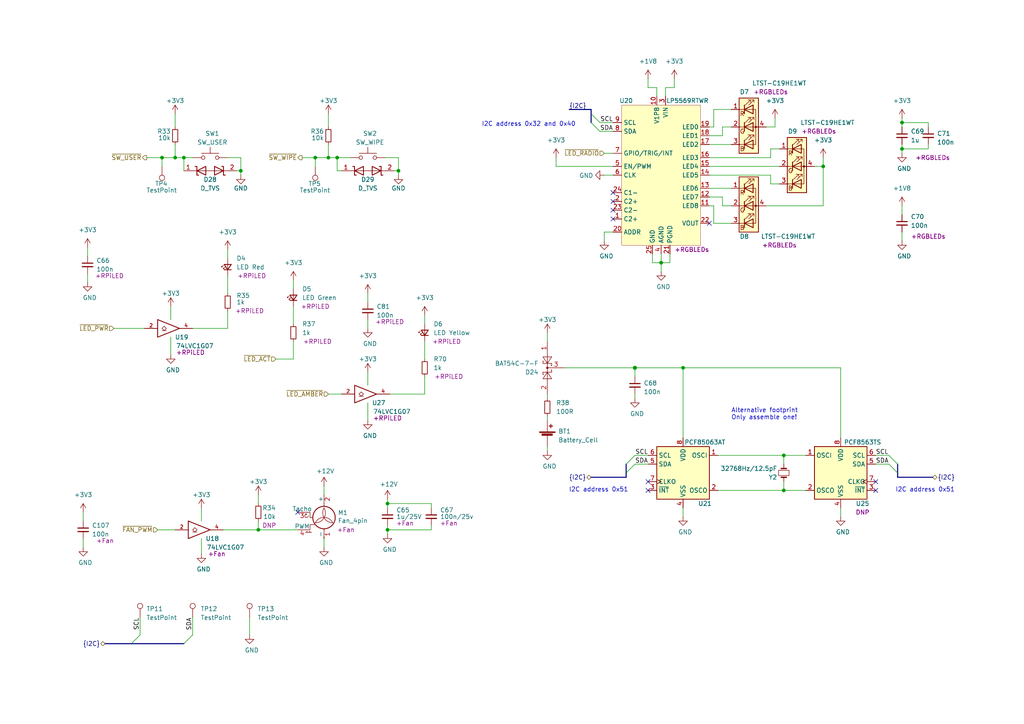
<source format=kicad_sch>
(kicad_sch (version 20211123) (generator eeschema)
  (paper "A4")
  (title_block (title "Control/RTC") (date "2022-02-15") (rev "1.2") (company "Nabu Casa") (comment 1 "www.nabucasa.com") (comment 2 "Yellow"))
  (lib_symbols
    (symbol "74xGxx:74LVC1G07" (pin_names (offset 1.016))
      (property "Reference" "U" (at -2.54 3.81 0))
      (property "Value" "74LVC1G07" (at 0 -3.81 0))
      (symbol "74LVC1G07_0_1"
        (polyline (pts (xy -2.54 -0.635) (xy -1.27 -0.635)))
        (polyline (pts (xy -3.81 2.54) (xy -3.81 -2.54) (xy 2.54 0) (xy -3.81 2.54)) (stroke (width 0.254)))
        (polyline (pts (xy -1.905 0.635) (xy -2.54 0) (xy -1.905 -0.635) (xy -1.27 0) (xy -1.905 0.635)))
      )
      (symbol "74LVC1G07_1_1"
        (pin input line (at -7.62 0 0) (length 3.81) (name "~") (number "2"))
        (pin power_in line (at 0 -2.54 270) (length 0) hide (name "GND") (number "3"))
        (pin open_collector line (at 6.35 0 180) (length 3.81) (name "~") (number "4"))
        (pin power_in line (at 0 2.54 90) (length 0) hide (name "VCC") (number "5"))
      )
    )
    (symbol "Connector:TestPoint" (pin_numbers hide) (pin_names (offset 0.762) hide)
      (property "Reference" "TP" (at 0 6.858 0))
      (property "Value" "TestPoint" (at 0 5.08 0))
      (symbol "TestPoint_0_1"
        (circle (center 0 3.302) (radius 0.762))
      )
      (symbol "TestPoint_1_1"
        (pin passive line (at 0 0 90) (length 2.54) (name "1") (number "1"))
      )
    )
    (symbol "Device:Battery_Cell" (pin_numbers hide) (pin_names (offset 0) hide)
      (property "Reference" "BT" (at 2.54 2.54 0))
      (property "Value" "Battery_Cell" (at 2.54 0 0))
      (symbol "Battery_Cell_0_1"
        (rectangle (start -2.286 1.778) (end 2.286 1.524) (fill (type outline)))
        (rectangle (start -1.5748 1.1938) (end 1.4732 0.6858) (fill (type outline)))
        (polyline (pts (xy 0 0.762) (xy 0 0)))
        (polyline (pts (xy 0 1.778) (xy 0 2.54)))
        (polyline (pts (xy 0.508 3.429) (xy 1.524 3.429)) (stroke (width 0.254)))
        (polyline (pts (xy 1.016 3.937) (xy 1.016 2.921)) (stroke (width 0.254)))
      )
      (symbol "Battery_Cell_1_1"
        (pin passive line (at 0 5.08 270) (length 2.54) (name "+") (number "1"))
        (pin passive line (at 0 -2.54 90) (length 2.54) (name "-") (number "2"))
      )
    )
    (symbol "Device:C_Small" (pin_numbers hide) (pin_names (offset 0.254) hide)
      (property "Reference" "C" (at 0.254 1.778 0))
      (property "Value" "C_Small" (at 0.254 -2.032 0))
      (symbol "C_Small_0_1"
        (polyline (pts (xy -1.524 -0.508) (xy 1.524 -0.508)) (stroke (width 0.3302)))
        (polyline (pts (xy -1.524 0.508) (xy 1.524 0.508)) (stroke (width 0.3048)))
      )
      (symbol "C_Small_1_1"
        (pin passive line (at 0 2.54 270) (length 2.032) (name "~") (number "1"))
        (pin passive line (at 0 -2.54 90) (length 2.032) (name "~") (number "2"))
      )
    )
    (symbol "Device:Crystal_Small" (pin_numbers hide) (pin_names (offset 1.016) hide)
      (property "Reference" "Y" (at 0 2.54 0))
      (property "Value" "Crystal_Small" (at 0 -2.54 0))
      (symbol "Crystal_Small_0_1"
        (rectangle (start -0.762 -1.524) (end 0.762 1.524))
        (polyline (pts (xy -1.27 -0.762) (xy -1.27 0.762)) (stroke (width 0.381)))
        (polyline (pts (xy 1.27 -0.762) (xy 1.27 0.762)) (stroke (width 0.381)))
      )
      (symbol "Crystal_Small_1_1"
        (pin passive line (at -2.54 0 0) (length 1.27) (name "1") (number "1"))
        (pin passive line (at 2.54 0 180) (length 1.27) (name "2") (number "2"))
      )
    )
    (symbol "Device:LED_RGBA" (pin_names (offset 0) hide)
      (property "Reference" "D" (at 0 9.398 0))
      (property "Value" "LED_RGBA" (at 0 -8.89 0))
      (symbol "LED_RGBA_0_0"
        (text "B" (at -1.905 -6.35 0) (effects (font (size 1.27 1.27))))
        (text "G" (at -1.905 -1.27 0) (effects (font (size 1.27 1.27))))
        (text "R" (at -1.905 3.81 0) (effects (font (size 1.27 1.27))))
      )
      (symbol "LED_RGBA_0_1"
        (polyline (pts (xy -1.27 -5.08) (xy -2.54 -5.08)))
        (polyline (pts (xy -1.27 -5.08) (xy 1.27 -5.08)))
        (polyline (pts (xy -1.27 -3.81) (xy -1.27 -6.35)) (stroke (width 0.254)))
        (polyline (pts (xy -1.27 0) (xy -2.54 0)))
        (polyline (pts (xy -1.27 1.27) (xy -1.27 -1.27)) (stroke (width 0.254)))
        (polyline (pts (xy -1.27 5.08) (xy -2.54 5.08)))
        (polyline (pts (xy -1.27 5.08) (xy 1.27 5.08)))
        (polyline (pts (xy -1.27 6.35) (xy -1.27 3.81)) (stroke (width 0.254)))
        (polyline (pts (xy 1.27 0) (xy -1.27 0)))
        (polyline (pts (xy 1.27 0) (xy 2.54 0)))
        (polyline (pts (xy -1.27 1.27) (xy -1.27 -1.27) (xy -1.27 -1.27)))
        (polyline (pts (xy -1.27 6.35) (xy -1.27 3.81) (xy -1.27 3.81)))
        (polyline (pts (xy 1.27 -5.08) (xy 2.032 -5.08) (xy 2.032 5.08) (xy 1.27 5.08)))
        (polyline (pts (xy 1.27 -3.81) (xy 1.27 -6.35) (xy -1.27 -5.08) (xy 1.27 -3.81)) (stroke (width 0.254)))
        (polyline (pts (xy 1.27 1.27) (xy 1.27 -1.27) (xy -1.27 0) (xy 1.27 1.27)) (stroke (width 0.254)))
        (polyline (pts (xy 1.27 6.35) (xy 1.27 3.81) (xy -1.27 5.08) (xy 1.27 6.35)) (stroke (width 0.254)))
        (polyline (pts (xy -1.016 -3.81) (xy 0.508 -2.286) (xy -0.254 -2.286) (xy 0.508 -2.286) (xy 0.508 -3.048)))
        (polyline (pts (xy -1.016 1.27) (xy 0.508 2.794) (xy -0.254 2.794) (xy 0.508 2.794) (xy 0.508 2.032)))
        (polyline (pts (xy -1.016 6.35) (xy 0.508 7.874) (xy -0.254 7.874) (xy 0.508 7.874) (xy 0.508 7.112)))
        (polyline (pts (xy 0 -3.81) (xy 1.524 -2.286) (xy 0.762 -2.286) (xy 1.524 -2.286) (xy 1.524 -3.048)))
        (polyline (pts (xy 0 1.27) (xy 1.524 2.794) (xy 0.762 2.794) (xy 1.524 2.794) (xy 1.524 2.032)))
        (polyline (pts (xy 0 6.35) (xy 1.524 7.874) (xy 0.762 7.874) (xy 1.524 7.874) (xy 1.524 7.112)))
        (rectangle (start 1.27 -1.27) (end 1.27 1.27))
        (rectangle (start 1.27 1.27) (end 1.27 1.27))
        (rectangle (start 1.27 3.81) (end 1.27 6.35))
        (rectangle (start 1.27 6.35) (end 1.27 6.35))
        (circle (center 2.032 0) (radius 0.254) (fill (type outline)))
        (rectangle (start 2.794 8.382) (end -2.794 -7.62) (stroke (width 0.254)) (fill (type background)))
      )
      (symbol "LED_RGBA_1_1"
        (pin passive line (at -5.08 5.08 0) (length 2.54) (name "RK") (number "1"))
        (pin passive line (at -5.08 0 0) (length 2.54) (name "GK") (number "2"))
        (pin passive line (at -5.08 -5.08 0) (length 2.54) (name "BK") (number "3"))
        (pin passive line (at 5.08 0 180) (length 2.54) (name "A") (number "4"))
      )
    )
    (symbol "Device:LED_Small" (pin_numbers hide) (pin_names (offset 0.254) hide)
      (property "Reference" "D" (at -1.27 3.175 0))
      (property "Value" "LED_Small" (at -4.445 -2.54 0))
      (symbol "LED_Small_0_1"
        (polyline (pts (xy -0.762 -1.016) (xy -0.762 1.016)) (stroke (width 0.254)))
        (polyline (pts (xy 1.016 0) (xy -0.762 0)))
        (polyline (pts (xy 0.762 -1.016) (xy -0.762 0) (xy 0.762 1.016) (xy 0.762 -1.016)) (stroke (width 0.254)))
        (polyline (pts (xy 0 0.762) (xy -0.508 1.27) (xy -0.254 1.27) (xy -0.508 1.27) (xy -0.508 1.016)))
        (polyline (pts (xy 0.508 1.27) (xy 0 1.778) (xy 0.254 1.778) (xy 0 1.778) (xy 0 1.524)))
      )
      (symbol "LED_Small_1_1"
        (pin passive line (at -2.54 0 0) (length 1.778) (name "K") (number "1"))
        (pin passive line (at 2.54 0 180) (length 1.778) (name "A") (number "2"))
      )
    )
    (symbol "Device:R_Small" (pin_numbers hide) (pin_names (offset 0.254) hide)
      (property "Reference" "R" (at 0.762 0.508 0))
      (property "Value" "R_Small" (at 0.762 -1.016 0))
      (symbol "R_Small_0_1"
        (rectangle (start -0.762 1.778) (end 0.762 -1.778) (stroke (width 0.2032)))
      )
      (symbol "R_Small_1_1"
        (pin passive line (at 0 2.54 270) (length 0.762) (name "~") (number "1"))
        (pin passive line (at 0 -2.54 90) (length 0.762) (name "~") (number "2"))
      )
    )
    (symbol "Diode:BAT54C" (pin_names (offset 1.016))
      (property "Reference" "D" (at 0.635 -3.81 0))
      (property "Value" "BAT54C" (at -6.35 3.175 0))
      (symbol "BAT54C_0_1"
        (polyline (pts (xy -1.905 0) (xy 1.905 0)))
        (polyline (pts (xy -1.905 1.27) (xy -1.905 1.016)))
        (polyline (pts (xy -1.27 -1.27) (xy -0.635 -1.27)))
        (polyline (pts (xy -1.27 0) (xy -3.81 0)))
        (polyline (pts (xy -1.27 1.27) (xy -1.905 1.27)))
        (polyline (pts (xy -1.27 1.27) (xy -1.27 -1.27)))
        (polyline (pts (xy -0.635 -1.27) (xy -0.635 -1.016)))
        (polyline (pts (xy 0.635 -1.27) (xy 0.635 -1.016)))
        (polyline (pts (xy 1.27 -1.27) (xy 0.635 -1.27)))
        (polyline (pts (xy 1.27 1.27) (xy 1.27 -1.27)))
        (polyline (pts (xy 1.27 1.27) (xy 1.905 1.27)))
        (polyline (pts (xy 1.905 1.27) (xy 1.905 1.016)))
        (polyline (pts (xy 3.81 0) (xy 1.27 0)))
        (polyline (pts (xy -3.175 -1.27) (xy -3.175 1.27) (xy -1.27 0) (xy -3.175 -1.27)))
        (polyline (pts (xy 3.175 -1.27) (xy 3.175 1.27) (xy 1.27 0) (xy 3.175 -1.27)))
        (circle (center 0 0) (radius 0.254) (fill (type outline)))
      )
      (symbol "BAT54C_1_1"
        (pin passive line (at -7.62 0 0) (length 3.81) (name "~") (number "1"))
        (pin passive line (at 7.62 0 180) (length 3.81) (name "~") (number "2"))
        (pin passive line (at 0 -5.08 90) (length 5.08) (name "~") (number "3"))
      )
    )
    (symbol "Motor:Fan_4pin" (pin_names (offset 0))
      (property "Reference" "M" (at 2.54 5.08 0))
      (property "Value" "Fan_4pin" (at 2.54 -2.54 0))
      (symbol "Fan_4pin_0_0"
        (arc (start -5.588 1.524) (mid -5.08 1.016) (end -4.572 1.524))
        (arc (start -5.08 2.032) (mid -5.4392 1.8832) (end -5.588 1.524))
        (polyline (pts (xy -5.08 2.032) (xy -5.334 2.159)))
        (polyline (pts (xy -5.08 2.032) (xy -5.207 1.778)))
        (polyline (pts (xy -4.064 2.54) (xy -4.064 1.016) (xy -3.302 1.016)))
      )
      (symbol "Fan_4pin_0_1"
        (arc (start -2.54 -0.508) (mid -0.0014 0.9048) (end 0 3.81))
        (polyline (pts (xy -4.064 2.54) (xy -5.08 2.54)))
        (polyline (pts (xy 0 -5.08) (xy 0 -4.572)))
        (polyline (pts (xy 0 -2.2352) (xy 0 -2.6416)))
        (polyline (pts (xy 0 4.2672) (xy 0 4.6228)))
        (polyline (pts (xy 0 4.572) (xy 0 5.08)))
        (polyline (pts (xy -2.54 -1.016) (xy -4.064 -1.016) (xy -4.064 -2.54) (xy -5.08 -2.54)))
        (polyline (pts (xy -5.334 -3.302) (xy -5.08 -3.302) (xy -5.08 -3.048) (xy -4.826 -3.048) (xy -4.826 -3.302) (xy -4.318 -3.302) (xy -4.318 -3.048) (xy -4.064 -3.048) (xy -4.064 -3.302) (xy -3.556 -3.302)))
        (circle (center 0 1.016) (radius 3.2512) (stroke (width 0.254)))
        (arc (start 0 3.81) (mid 0.0468 0.9315) (end 2.54 -0.508))
        (arc (start 2.54 -0.508) (mid 0 1.0618) (end -2.54 -0.508))
      )
      (symbol "Fan_4pin_1_1"
        (pin passive line (at 0 -5.08 90) (length 2.54) (name "-") (number "1"))
        (pin passive line (at 0 7.62 270) (length 2.54) (name "+") (number "2"))
        (pin passive line (at -7.62 2.54 0) (length 2.54) (name "Tacho") (number "3"))
        (pin input line (at -7.62 -2.54 0) (length 2.54) (name "PWM") (number "4"))
      )
    )
    (symbol "Switch:SW_Push" (pin_numbers hide) (pin_names (offset 1.016) hide)
      (property "Reference" "SW" (at 1.27 2.54 0))
      (property "Value" "SW_Push" (at 0 -1.524 0))
      (symbol "SW_Push_0_1"
        (circle (center -2.032 0) (radius 0.508))
        (polyline (pts (xy 0 1.27) (xy 0 3.048)))
        (polyline (pts (xy 2.54 1.27) (xy -2.54 1.27)))
        (circle (center 2.032 0) (radius 0.508))
        (pin passive line (at -5.08 0 0) (length 2.54) (name "1") (number "1"))
        (pin passive line (at 5.08 0 180) (length 2.54) (name "2") (number "2"))
      )
    )
    (symbol "Timer_RTC:PCF8563T"
      (property "Reference" "U" (at -7.62 8.89 0))
      (property "Value" "PCF8563T" (at 2.54 8.89 0))
      (symbol "PCF8563T_0_1"
        (rectangle (start -7.62 7.62) (end 7.62 -7.62) (stroke (width 0.254)) (fill (type background)))
      )
      (symbol "PCF8563T_1_1"
        (pin input line (at -10.16 5.08 0) (length 2.54) (name "OSCI") (number "1"))
        (pin output line (at -10.16 -5.08 0) (length 2.54) (name "OSCO") (number "2"))
        (pin output line (at 10.16 -5.08 180) (length 2.54) (name "~{INT}") (number "3"))
        (pin power_in line (at 0 -10.16 90) (length 2.54) (name "VSS") (number "4"))
        (pin bidirectional line (at 10.16 2.54 180) (length 2.54) (name "SDA") (number "5"))
        (pin input line (at 10.16 5.08 180) (length 2.54) (name "SCL") (number "6"))
        (pin output clock (at 10.16 -2.54 180) (length 2.54) (name "CLKO") (number "7"))
        (pin power_in line (at 0 10.16 270) (length 2.54) (name "VDD") (number "8"))
      )
    )
    (symbol "Timer_RTC:PCF8563TS"
      (property "Reference" "U" (at -7.62 8.89 0))
      (property "Value" "PCF8563TS" (at 2.54 8.89 0))
      (symbol "PCF8563TS_0_1"
        (rectangle (start -7.62 7.62) (end 7.62 -7.62) (stroke (width 0.254)) (fill (type background)))
      )
      (symbol "PCF8563TS_1_1"
        (pin input line (at -10.16 5.08 0) (length 2.54) (name "OSCI") (number "1"))
        (pin output line (at -10.16 -5.08 0) (length 2.54) (name "OSCO") (number "2"))
        (pin output line (at 10.16 -5.08 180) (length 2.54) (name "~{INT}") (number "3"))
        (pin power_in line (at 0 -10.16 90) (length 2.54) (name "VSS") (number "4"))
        (pin bidirectional line (at 10.16 2.54 180) (length 2.54) (name "SDA") (number "5"))
        (pin input line (at 10.16 5.08 180) (length 2.54) (name "SCL") (number "6"))
        (pin output clock (at 10.16 -2.54 180) (length 2.54) (name "CLKO") (number "7"))
        (pin power_in line (at 0 10.16 270) (length 2.54) (name "VDD") (number "8"))
      )
    )
    (symbol "Yellow:D_TVS_Reverse" (pin_names (offset 1.016) hide)
      (property "Reference" "D" (at 0 2.54 0))
      (property "Value" "D_TVS_Reverse" (at 0 -2.54 0))
      (symbol "D_TVS_Reverse_0_1"
        (polyline (pts (xy 5.08 0) (xy -5.08 0)))
        (polyline (pts (xy -4.3688 1.27) (xy -3.8608 1.27) (xy -3.8608 -1.27) (xy -3.3528 -1.27)) (stroke (width 0.254)))
        (polyline (pts (xy -3.81 0) (xy -1.27 1.27) (xy -1.27 -1.27) (xy -3.81 0)) (stroke (width 0.254)))
        (polyline (pts (xy 3.81 0) (xy 1.27 -1.27) (xy 1.27 1.27) (xy 3.81 0)) (stroke (width 0.254)))
        (polyline (pts (xy 4.3688 -1.27) (xy 3.8608 -1.27) (xy 3.8608 1.27) (xy 3.3528 1.27)) (stroke (width 0.254)))
      )
      (symbol "D_TVS_Reverse_1_1"
        (pin passive line (at -7.62 0 0) (length 2.54) (name "A1") (number "1"))
        (pin passive line (at 7.62 0 180) (length 2.54) (name "A2") (number "2"))
      )
    )
    (symbol "Yellow:LP5569"
      (property "Reference" "U" (at -10.16 21.59 0))
      (property "Value" "LP5569" (at 7.62 21.59 0))
      (symbol "LP5569_0_1"
        (rectangle (start -11.43 20.32) (end 11.43 -20.32) (stroke (width 0.0006)) (fill (type background)))
      )
      (symbol "LP5569_1_1"
        (pin input line (at -13.97 -12.7 0) (length 2.54) (name "C2+") (number "1"))
        (pin input line (at -1.27 22.86 270) (length 2.54) (name "V1P8") (number "10"))
        (pin output line (at 13.97 -8.89 180) (length 2.54) (name "LED8") (number "11"))
        (pin output line (at 13.97 -6.35 180) (length 2.54) (name "LED7") (number "12"))
        (pin output line (at 13.97 -3.81 180) (length 2.54) (name "LED6") (number "13"))
        (pin output line (at 13.97 0 180) (length 2.54) (name "LED5") (number "14"))
        (pin output line (at 13.97 2.54 180) (length 2.54) (name "LED4") (number "15"))
        (pin output line (at 13.97 5.08 180) (length 2.54) (name "LED3") (number "16"))
        (pin output line (at 13.97 8.89 180) (length 2.54) (name "LED2") (number "17"))
        (pin output line (at 13.97 11.43 180) (length 2.54) (name "LED1") (number "18"))
        (pin output line (at 13.97 13.97 180) (length 2.54) (name "LED0") (number "19"))
        (pin input line (at -13.97 -7.62 0) (length 2.54) (name "C2+") (number "2"))
        (pin input line (at -13.97 -16.51 0) (length 2.54) (name "ADDR") (number "20"))
        (pin input line (at 2.54 -22.86 90) (length 2.54) (name "PGND") (number "21"))
        (pin output line (at 13.97 -13.97 180) (length 2.54) (name "VOUT") (number "22"))
        (pin input line (at -13.97 -10.16 0) (length 2.54) (name "C2-") (number "23"))
        (pin input line (at -13.97 -5.08 0) (length 2.54) (name "C1-") (number "24"))
        (pin input line (at -2.54 -22.86 90) (length 2.54) (name "GND") (number "25"))
        (pin input line (at 1.27 22.86 270) (length 2.54) (name "VIN") (number "3"))
        (pin input line (at 0 -22.86 90) (length 2.54) (name "AGND") (number "4"))
        (pin input line (at -13.97 2.54 0) (length 2.54) (name "EN/PWM") (number "5"))
        (pin input line (at -13.97 0 0) (length 2.54) (name "CLK") (number "6"))
        (pin input line (at -13.97 6.35 0) (length 2.54) (name "GPIO/TRIG/INT") (number "7"))
        (pin bidirectional line (at -13.97 12.7 0) (length 2.54) (name "SDA") (number "8"))
        (pin input line (at -13.97 15.24 0) (length 2.54) (name "SCL") (number "9"))
      )
    )
    (symbol "power:+12V" (power) (pin_names (offset 0))
      (property "Value" "+12V" (at 0 3.556 0))
      (symbol "+12V_0_1"
        (polyline (pts (xy -0.762 1.27) (xy 0 2.54)))
        (polyline (pts (xy 0 0) (xy 0 2.54)))
        (polyline (pts (xy 0 2.54) (xy 0.762 1.27)))
      )
      (symbol "+12V_1_1"
        (pin power_in line (at 0 0 90) (length 0) hide (name "+12V") (number "1"))
      )
    )
    (symbol "power:+1V8" (power) (pin_names (offset 0))
      (property "Value" "+1V8" (at 0 3.556 0))
      (symbol "+1V8_0_1"
        (polyline (pts (xy -0.762 1.27) (xy 0 2.54)))
        (polyline (pts (xy 0 0) (xy 0 2.54)))
        (polyline (pts (xy 0 2.54) (xy 0.762 1.27)))
      )
      (symbol "+1V8_1_1"
        (pin power_in line (at 0 0 90) (length 0) hide (name "+1V8") (number "1"))
      )
    )
    (symbol "power:+3V3" (power) (pin_names (offset 0))
      (property "Value" "+3V3" (at 0 3.556 0))
      (symbol "+3V3_0_1"
        (polyline (pts (xy -0.762 1.27) (xy 0 2.54)))
        (polyline (pts (xy 0 0) (xy 0 2.54)))
        (polyline (pts (xy 0 2.54) (xy 0.762 1.27)))
      )
      (symbol "+3V3_1_1"
        (pin power_in line (at 0 0 90) (length 0) hide (name "+3V3") (number "1"))
      )
    )
    (symbol "power:GND" (power) (pin_names (offset 0))
      (property "Value" "GND" (at 0 -3.81 0))
      (symbol "GND_0_1"
        (polyline (pts (xy 0 0) (xy 0 -1.27) (xy 1.27 -1.27) (xy 0 -2.54) (xy -1.27 -1.27) (xy 0 -1.27)))
      )
      (symbol "GND_1_1"
        (pin power_in line (at 0 0 270) (length 0) hide (name "GND") (number "1"))
      )
    )
  )
  (junction (at 112.395 146.05) (diameter 0.9144))
  (junction (at 261.62 35.56) (diameter 0.9144))
  (junction (at 184.15 106.68) (diameter 1.016))
  (junction (at 53.34 45.72) (diameter 0.9144))
  (junction (at 74.93 153.67) (diameter 0.9144))
  (junction (at 261.62 43.18) (diameter 0.9144))
  (junction (at 191.77 76.2) (diameter 0.9144))
  (junction (at 95.25 45.72) (diameter 0.9144))
  (junction (at 238.76 48.26) (diameter 0.9144))
  (junction (at 115.57 49.53) (diameter 0.9144))
  (junction (at 227.33 132.08) (diameter 0.9144))
  (junction (at 91.44 45.72) (diameter 0.9144))
  (junction (at 69.85 49.53) (diameter 0.9144))
  (junction (at 97.79 45.72) (diameter 0.9144))
  (junction (at 46.99 45.72) (diameter 0.9144))
  (junction (at 50.8 45.72) (diameter 0.9144))
  (junction (at 227.33 142.24) (diameter 0.9144))
  (junction (at 198.12 106.68) (diameter 0.9144))
  (junction (at 112.395 153.67) (diameter 0.9144))
  (no_connect (at 177.8 58.42))
  (no_connect (at 86.36 148.59))
  (no_connect (at 187.96 139.7))
  (no_connect (at 254 142.24))
  (no_connect (at 205.74 64.77))
  (no_connect (at 177.8 63.5))
  (no_connect (at 254 139.7))
  (no_connect (at 177.8 60.96))
  (no_connect (at 187.96 142.24))
  (no_connect (at 177.8 55.88))
  (bus_entry (at 53.34 186.69) (size 2.54 -2.54) (stroke (width 0.1524)))
  (bus_entry (at 38.1 186.69) (size 2.54 -2.54) (stroke (width 0.1524)))
  (bus_entry (at 260.35 137.16) (size -2.54 -2.54) (stroke (width 0.1524)))
  (bus_entry (at 181.61 137.16) (size 2.54 -2.54) (stroke (width 0.1524)))
  (bus_entry (at 171.45 35.56) (size 2.54 2.54) (stroke (width 0.1524)))
  (bus_entry (at 171.45 33.02) (size 2.54 2.54) (stroke (width 0.1524)))
  (bus_entry (at 260.35 134.62) (size -2.54 -2.54) (stroke (width 0.1524)))
  (bus_entry (at 181.61 134.62) (size 2.54 -2.54) (stroke (width 0.1524)))
  (wire (pts (xy 97.79 45.72) (xy 101.6 45.72)))
  (wire (pts (xy 64.77 153.67) (xy 74.93 153.67)))
  (wire (pts (xy 191.77 76.2) (xy 194.31 76.2)))
  (wire (pts (xy 50.8 41.91) (xy 50.8 45.72)))
  (wire (pts (xy 205.74 54.61) (xy 212.09 54.61)))
  (wire (pts (xy 125.095 147.32) (xy 125.095 146.05)))
  (wire (pts (xy 191.77 76.2) (xy 191.77 78.74)))
  (bus (pts (xy 171.45 31.75) (xy 171.45 33.02)))
  (bus (pts (xy 171.45 33.02) (xy 171.45 35.56)))
  (wire (pts (xy 223.52 45.72) (xy 223.52 43.18)))
  (wire (pts (xy 95.25 36.83) (xy 95.25 33.02)))
  (wire (pts (xy 175.26 44.45) (xy 177.8 44.45)))
  (wire (pts (xy 187.96 25.4) (xy 190.5 25.4)))
  (wire (pts (xy 187.96 22.86) (xy 187.96 25.4)))
  (wire (pts (xy 93.98 156.21) (xy 93.98 158.75)))
  (bus (pts (xy 38.1 186.69) (xy 53.34 186.69)))
  (bus (pts (xy 30.48 186.69) (xy 38.1 186.69)))
  (wire (pts (xy 184.15 106.68) (xy 184.15 109.22)))
  (wire (pts (xy 236.22 48.26) (xy 238.76 48.26)))
  (wire (pts (xy 74.93 153.67) (xy 86.36 153.67)))
  (wire (pts (xy 205.74 45.72) (xy 223.52 45.72)))
  (wire (pts (xy 112.395 153.67) (xy 112.395 154.94)))
  (wire (pts (xy 125.095 152.4) (xy 125.095 153.67)))
  (wire (pts (xy 261.62 43.18) (xy 269.24 43.18)))
  (wire (pts (xy 177.8 38.1) (xy 173.99 38.1)))
  (wire (pts (xy 243.84 106.68) (xy 198.12 106.68)))
  (wire (pts (xy 243.84 127) (xy 243.84 106.68)))
  (wire (pts (xy 93.98 140.97) (xy 93.98 143.51)))
  (wire (pts (xy 106.68 116.84) (xy 106.68 121.92)))
  (wire (pts (xy 72.39 179.07) (xy 72.39 184.15)))
  (wire (pts (xy 113.03 114.3) (xy 123.19 114.3)))
  (wire (pts (xy 205.74 50.8) (xy 223.52 50.8)))
  (wire (pts (xy 187.96 134.62) (xy 184.15 134.62)))
  (wire (pts (xy 184.15 114.3) (xy 184.15 115.57)))
  (wire (pts (xy 163.83 106.68) (xy 184.15 106.68)))
  (wire (pts (xy 123.19 91.44) (xy 123.19 93.98)))
  (wire (pts (xy 224.79 34.29) (xy 224.79 36.83)))
  (wire (pts (xy 261.62 34.29) (xy 261.62 35.56)))
  (wire (pts (xy 161.29 48.26) (xy 177.8 48.26)))
  (wire (pts (xy 158.75 96.52) (xy 158.75 99.06)))
  (wire (pts (xy 112.395 152.4) (xy 112.395 153.67)))
  (wire (pts (xy 175.26 67.31) (xy 177.8 67.31)))
  (bus (pts (xy 260.35 138.43) (xy 270.51 138.43)))
  (wire (pts (xy 111.76 45.72) (xy 115.57 45.72)))
  (wire (pts (xy 46.99 45.72) (xy 46.99 48.26)))
  (wire (pts (xy 50.8 36.83) (xy 50.8 33.02)))
  (wire (pts (xy 261.62 67.31) (xy 261.62 69.85)))
  (wire (pts (xy 191.77 73.66) (xy 191.77 76.2)))
  (wire (pts (xy 158.75 129.54) (xy 158.75 130.81)))
  (wire (pts (xy 190.5 25.4) (xy 190.5 27.94)))
  (wire (pts (xy 97.79 49.53) (xy 99.06 49.53)))
  (wire (pts (xy 112.395 146.05) (xy 112.395 147.32)))
  (wire (pts (xy 42.545 45.72) (xy 46.99 45.72)))
  (wire (pts (xy 80.01 104.14) (xy 85.09 104.14)))
  (wire (pts (xy 161.29 45.72) (xy 161.29 48.26)))
  (wire (pts (xy 95.25 41.91) (xy 95.25 45.72)))
  (wire (pts (xy 184.15 106.68) (xy 198.12 106.68)))
  (wire (pts (xy 66.04 95.25) (xy 66.04 90.17)))
  (wire (pts (xy 25.4 79.375) (xy 25.4 81.915)))
  (wire (pts (xy 205.74 48.26) (xy 226.06 48.26)))
  (bus (pts (xy 165.1 31.75) (xy 171.45 31.75)))
  (wire (pts (xy 106.68 92.71) (xy 106.68 95.25)))
  (wire (pts (xy 45.72 153.67) (xy 50.8 153.67)))
  (wire (pts (xy 158.75 120.65) (xy 158.75 121.92)))
  (wire (pts (xy 207.01 59.69) (xy 207.01 64.77)))
  (wire (pts (xy 209.55 36.83) (xy 212.09 36.83)))
  (wire (pts (xy 194.31 76.2) (xy 194.31 73.66)))
  (wire (pts (xy 175.26 50.8) (xy 177.8 50.8)))
  (wire (pts (xy 53.34 45.72) (xy 53.34 49.53)))
  (wire (pts (xy 50.8 45.72) (xy 53.34 45.72)))
  (wire (pts (xy 53.34 45.72) (xy 55.88 45.72)))
  (wire (pts (xy 269.24 41.91) (xy 269.24 43.18)))
  (wire (pts (xy 24.13 156.21) (xy 24.13 158.75)))
  (wire (pts (xy 123.19 99.06) (xy 123.19 104.14)))
  (wire (pts (xy 261.62 59.69) (xy 261.62 62.23)))
  (wire (pts (xy 74.93 146.05) (xy 74.93 143.51)))
  (wire (pts (xy 66.04 72.39) (xy 66.04 74.93)))
  (wire (pts (xy 223.52 50.8) (xy 223.52 53.34)))
  (bus (pts (xy 260.35 134.62) (xy 260.35 137.16)))
  (bus (pts (xy 260.35 137.16) (xy 260.35 138.43)))
  (wire (pts (xy 106.68 107.95) (xy 106.68 111.76)))
  (bus (pts (xy 181.61 138.43) (xy 171.45 138.43)))
  (bus (pts (xy 181.61 134.62) (xy 181.61 137.16)))
  (bus (pts (xy 181.61 137.16) (xy 181.61 138.43)))
  (wire (pts (xy 227.33 132.08) (xy 233.68 132.08)))
  (wire (pts (xy 208.28 132.08) (xy 227.33 132.08)))
  (wire (pts (xy 187.96 132.08) (xy 184.15 132.08)))
  (wire (pts (xy 189.23 76.2) (xy 191.77 76.2)))
  (wire (pts (xy 222.25 59.69) (xy 238.76 59.69)))
  (wire (pts (xy 269.24 36.83) (xy 269.24 35.56)))
  (wire (pts (xy 243.84 147.32) (xy 243.84 149.86)))
  (wire (pts (xy 207.01 31.75) (xy 212.09 31.75)))
  (wire (pts (xy 97.79 49.53) (xy 97.79 45.72)))
  (wire (pts (xy 114.3 49.53) (xy 115.57 49.53)))
  (wire (pts (xy 85.09 99.06) (xy 85.09 104.14)))
  (wire (pts (xy 175.26 69.85) (xy 175.26 67.31)))
  (wire (pts (xy 205.74 57.15) (xy 209.55 57.15)))
  (wire (pts (xy 58.42 156.21) (xy 58.42 160.655)))
  (wire (pts (xy 207.01 64.77) (xy 212.09 64.77)))
  (wire (pts (xy 207.01 36.83) (xy 207.01 31.75)))
  (wire (pts (xy 112.395 146.05) (xy 125.095 146.05)))
  (wire (pts (xy 55.88 179.07) (xy 55.88 184.15)))
  (wire (pts (xy 25.4 71.755) (xy 25.4 74.295)))
  (wire (pts (xy 74.93 151.13) (xy 74.93 153.67)))
  (wire (pts (xy 261.62 43.18) (xy 261.62 44.45)))
  (wire (pts (xy 46.99 45.72) (xy 50.8 45.72)))
  (wire (pts (xy 222.25 36.83) (xy 224.79 36.83)))
  (wire (pts (xy 106.68 85.09) (xy 106.68 87.63)))
  (wire (pts (xy 227.33 139.7) (xy 227.33 142.24)))
  (wire (pts (xy 227.33 142.24) (xy 233.68 142.24)))
  (wire (pts (xy 208.28 142.24) (xy 227.33 142.24)))
  (wire (pts (xy 269.24 35.56) (xy 261.62 35.56)))
  (wire (pts (xy 205.74 41.91) (xy 212.09 41.91)))
  (wire (pts (xy 112.395 144.78) (xy 112.395 146.05)))
  (wire (pts (xy 205.74 39.37) (xy 209.55 39.37)))
  (wire (pts (xy 205.74 59.69) (xy 207.01 59.69)))
  (wire (pts (xy 261.62 41.91) (xy 261.62 43.18)))
  (wire (pts (xy 209.55 59.69) (xy 212.09 59.69)))
  (wire (pts (xy 33.02 95.25) (xy 41.91 95.25)))
  (wire (pts (xy 238.76 48.26) (xy 238.76 45.72)))
  (wire (pts (xy 58.42 147.32) (xy 58.42 151.13)))
  (wire (pts (xy 254 134.62) (xy 257.81 134.62)))
  (wire (pts (xy 195.58 22.86) (xy 195.58 25.4)))
  (wire (pts (xy 254 132.08) (xy 257.81 132.08)))
  (wire (pts (xy 66.04 80.01) (xy 66.04 85.09)))
  (wire (pts (xy 91.44 45.72) (xy 91.44 48.26)))
  (wire (pts (xy 205.74 36.83) (xy 207.01 36.83)))
  (wire (pts (xy 227.33 134.62) (xy 227.33 132.08)))
  (wire (pts (xy 91.44 45.72) (xy 95.25 45.72)))
  (wire (pts (xy 95.25 45.72) (xy 97.79 45.72)))
  (wire (pts (xy 87.63 45.72) (xy 91.44 45.72)))
  (wire (pts (xy 198.12 147.32) (xy 198.12 149.86)))
  (wire (pts (xy 158.75 114.3) (xy 158.75 115.57)))
  (wire (pts (xy 261.62 35.56) (xy 261.62 36.83)))
  (wire (pts (xy 85.09 81.28) (xy 85.09 83.82)))
  (wire (pts (xy 40.64 179.07) (xy 40.64 184.15)))
  (wire (pts (xy 223.52 53.34) (xy 226.06 53.34)))
  (wire (pts (xy 209.55 39.37) (xy 209.55 36.83)))
  (wire (pts (xy 69.85 45.72) (xy 69.85 49.53)))
  (wire (pts (xy 66.04 45.72) (xy 69.85 45.72)))
  (wire (pts (xy 69.85 49.53) (xy 69.85 50.8)))
  (wire (pts (xy 112.395 153.67) (xy 125.095 153.67)))
  (wire (pts (xy 223.52 43.18) (xy 226.06 43.18)))
  (wire (pts (xy 209.55 57.15) (xy 209.55 59.69)))
  (wire (pts (xy 123.19 109.22) (xy 123.19 114.3)))
  (wire (pts (xy 189.23 73.66) (xy 189.23 76.2)))
  (wire (pts (xy 49.53 97.79) (xy 49.53 102.87)))
  (wire (pts (xy 115.57 45.72) (xy 115.57 49.53)))
  (wire (pts (xy 115.57 49.53) (xy 115.57 50.8)))
  (wire (pts (xy 85.09 88.9) (xy 85.09 93.98)))
  (wire (pts (xy 55.88 95.25) (xy 66.04 95.25)))
  (wire (pts (xy 238.76 59.69) (xy 238.76 48.26)))
  (wire (pts (xy 24.13 148.59) (xy 24.13 151.13)))
  (wire (pts (xy 195.58 25.4) (xy 193.04 25.4)))
  (wire (pts (xy 49.53 88.9) (xy 49.53 92.71)))
  (wire (pts (xy 198.12 106.68) (xy 198.12 127)))
  (wire (pts (xy 193.04 25.4) (xy 193.04 27.94)))
  (wire (pts (xy 177.8 35.56) (xy 173.99 35.56)))
  (wire (pts (xy 95.25 114.3) (xy 99.06 114.3)))
  (wire (pts (xy 68.58 49.53) (xy 69.85 49.53)))
  (text "I2C address 0x32 and 0x40" (at 139.7 36.83 0) (effects (font (size 1.27 1.27)) (justify left bottom)))
  (text "I2C address 0x51" (at 182.245 142.875 180) (effects (font (size 1.27 1.27)) (justify right bottom)))
  (text "Alternative footprint\nOnly assemble one!" (at 212.09 121.92 0) (effects (font (size 1.27 1.27)) (justify left bottom)))
  (text "I2C address 0x51" (at 259.715 142.875 0) (effects (font (size 1.27 1.27)) (justify left bottom)))
  (label "SCL" (at 254 132.08 0))
  (label "SCL" (at 187.96 132.08 180))
  (label "SDA" (at 254 134.62 0))
  (label "SCL" (at 40.64 179.07 270))
  (label "SDA" (at 55.88 179.07 270))
  (label "SCL" (at 177.8 35.56 180))
  (label "SDA" (at 177.8 38.1 180))
  (label "{I2C}" (at 165.1 31.75 0))
  (label "SDA" (at 187.96 134.62 180))
  (hierarchical_label "{I2C}" (shape bidirectional) (at 30.48 186.69 180))
  (hierarchical_label "~{LED_RADIO}" (shape input) (at 175.26 44.45 180))
  (hierarchical_label "~{SW_USER}" (shape output) (at 42.545 45.72 180))
  (hierarchical_label "~{SW_WIPE}" (shape output) (at 87.63 45.72 180))
  (hierarchical_label "~{LED_ACT}" (shape input) (at 80.01 104.14 180))
  (hierarchical_label "~{LED_AMBER}" (shape input) (at 95.25 114.3 180))
  (hierarchical_label "~{FAN_PWM}" (shape input) (at 45.72 153.67 180))
  (hierarchical_label "~{LED_PWR}" (shape input) (at 33.02 95.25 180))
  (hierarchical_label "{I2C}" (shape bidirectional) (at 171.45 138.43 180))
  (hierarchical_label "{I2C}" (shape bidirectional) (at 270.51 138.43 0))
  (symbol (lib_id "power:+3V3") (at 66.04 72.39 0) (unit 1)
    (property "Reference" "#PWR0121" (effects hide))
    (property "Value" "+3V3" (at 66.04 67.31 0))
  )
  (symbol (lib_id "power:GND") (at 24.13 158.75 0) (unit 1)
    (property "Reference" "#PWR0196" (effects hide))
    (property "Value" "GND" (at 24.765 163.195 0))
  )
  (symbol (lib_id "Connector:TestPoint") (at 72.39 179.07 0) (unit 1) (in_bom no)
    (property "Reference" "TP13" (at 74.676 176.5934 0) (effects (justify left)))
    (property "Value" "TestPoint" (at 74.676 179.1334 0) (effects (justify left)))
    (property "Footprint" "TestPoint:TestPoint_Pad_D1.0mm" (effects hide))
  )
  (symbol (lib_id "Switch:SW_Push") (at 60.96 45.72 0) (unit 1)
    (property "Reference" "SW1" (at 61.595 38.735 0))
    (property "Value" "SW_USER" (at 61.595 41.275 0))
    (property "Footprint" "Button_Switch_THT:SW_Tactile_SPST_Angled_PTS645Vx83-2LFS" (effects hide))
    (property "Manufacturer" "C&K" (effects hide))
    (property "PartNumber" "PTS645VM83-2 LFS" (effects hide))
  )
  (symbol (lib_id "Device:C_Small") (at 261.62 39.37 0) (unit 1)
    (property "Reference" "C69" (at 264.16 38.1 0) (effects (justify left)))
    (property "Value" "1u" (at 264.16 40.64 0) (effects (justify left)))
    (property "Footprint" "Capacitor_SMD:C_0402_1005Metric" (effects hide))
    (property "Config" "+RGBLEDs" (at 270.51 45.72 0))
  )
  (symbol (lib_id "power:GND") (at 69.85 50.8 0) (unit 1)
    (property "Reference" "#PWR0119" (effects hide))
    (property "Value" "GND" (at 69.85 54.61 0))
  )
  (symbol (lib_id "power:+1V8") (at 261.62 59.69 0) (unit 1)
    (property "Reference" "#PWR0145" (effects hide))
    (property "Value" "+1V8" (at 261.62 54.61 0))
  )
  (symbol (lib_id "Yellow:D_TVS_Reverse") (at 106.68 49.53 0) (unit 1)
    (property "Reference" "D29" (at 106.68 52.07 0))
    (property "Value" "D_TVS" (at 106.68 54.61 0))
    (property "Footprint" "Diode_SMD:D_0402_1005Metric" (effects hide))
    (property "Manufacturer" "Texas Instruments" (effects hide))
    (property "PartNumber" "TPD1E10B09QDPYRQ1" (effects hide))
  )
  (symbol (lib_id "power:GND") (at 115.57 50.8 0) (unit 1)
    (property "Reference" "#PWR0125" (effects hide))
    (property "Value" "GND" (at 115.57 54.61 0))
  )
  (symbol (lib_id "74xGxx:74LVC1G07") (at 49.53 95.25 0) (unit 1)
    (property "Reference" "U19" (at 52.705 97.79 0))
    (property "Value" "74LVC1G07" (at 56.515 100.33 0))
    (property "Footprint" "Package_TO_SOT_SMD:SOT-23-5" (effects hide))
    (property "Datasheet" "https://www.ti.com/lit/sg/scyt129g/scyt129g.pdf" (effects hide))
    (property "Manufacturer" "Texas Instruments" (effects hide))
    (property "PartNumber" "SN74LVC1G07DBV" (effects hide))
    (property "Config" "+RPiLED" (at 55.245 102.235 0))
  )
  (symbol (lib_id "Timer_RTC:PCF8563T") (at 198.12 137.16 0) (mirror y) (unit 1)
    (property "Reference" "U21" (at 204.47 146.05 0))
    (property "Value" "PCF85063AT" (at 204.47 128.27 0))
    (property "Footprint" "Package_SO:SOIC-8_3.9x4.9mm_P1.27mm" (effects hide))
    (property "Datasheet" "https://www.nxp.com/docs/en/data-sheet/PCF85063A.pdf" (effects hide))
    (property "Manufacturer" "NXP USA" (effects hide))
    (property "PartNumber" "PCF85063AT/AY" (effects hide))
  )
  (symbol (lib_id "power:+3V3") (at 106.68 85.09 0) (unit 1)
    (property "Reference" "#PWR0167" (effects hide))
    (property "Value" "+3V3" (at 106.68 80.01 0))
  )
  (symbol (lib_id "Device:LED_Small") (at 123.19 96.52 90) (unit 1)
    (property "Reference" "D6" (at 125.73 93.98 90) (effects (justify right)))
    (property "Value" "LED Yellow" (at 125.73 96.52 90) (effects (justify right)))
    (property "Footprint" "LED_SMD:LED_0603_1608Metric" (effects hide))
    (property "Datasheet" "https://datasheet.lcsc.com/lcsc/1810101813_Everlight-Elec-19-213-Y2C-CQ2R2L-3T-CY_C72038.pdf" (effects hide))
    (property "Manufacturer" "Everlight Elec" (effects hide))
    (property "PartNumber" "19-213/Y2C-CQ2R2L/3T(CY)" (effects hide))
    (property "Config" "+RPiLED" (at 129.54 99.06 90))
  )
  (symbol (lib_id "Diode:BAT54C") (at 158.75 106.68 90) (mirror x) (unit 1)
    (property "Reference" "D24" (at 156.21 107.95 90) (effects (justify left)))
    (property "Value" "BAT54C-7-F" (at 156.21 105.41 90) (effects (justify left)))
    (property "Footprint" "Package_TO_SOT_SMD:SOT-23" (effects hide))
    (property "Datasheet" "http://www.diodes.com/_files/datasheets/ds11005.pdf" (effects hide))
    (property "Manufacturer" "Diodes Incorporated" (effects hide))
    (property "PartNumber" "BAT54C-7-F" (effects hide))
  )
  (symbol (lib_id "Connector:TestPoint") (at 55.88 179.07 0) (unit 1) (in_bom no)
    (property "Reference" "TP12" (at 58.166 176.5934 0) (effects (justify left)))
    (property "Value" "TestPoint" (at 58.166 179.1334 0) (effects (justify left)))
    (property "Footprint" "TestPoint:TestPoint_Pad_D1.0mm" (effects hide))
  )
  (symbol (lib_id "Device:C_Small") (at 261.62 64.77 0) (unit 1)
    (property "Reference" "C70" (at 264.16 62.865 0) (effects (justify left)))
    (property "Value" "100n" (at 264.16 65.405 0) (effects (justify left)))
    (property "Footprint" "Capacitor_SMD:C_0402_1005Metric" (effects hide))
    (property "Config" "+RGBLEDs" (at 269.24 68.58 0))
  )
  (symbol (lib_id "Device:R_Small") (at 95.25 39.37 180) (unit 1)
    (property "Reference" "R36" (at 93.98 38.1 0) (effects (justify left)))
    (property "Value" "10k" (at 93.98 40.005 0) (effects (justify left)))
    (property "Footprint" "Resistor_SMD:R_0402_1005Metric" (effects hide))
  )
  (symbol (lib_id "power:GND") (at 25.4 81.915 0) (unit 1)
    (property "Reference" "#PWR0130" (effects hide))
    (property "Value" "GND" (at 26.035 86.36 0))
  )
  (symbol (lib_id "Device:C_Small") (at 184.15 111.76 0) (unit 1)
    (property "Reference" "C68" (at 186.69 111.125 0) (effects (justify left)))
    (property "Value" "100n" (at 186.69 113.665 0) (effects (justify left)))
    (property "Footprint" "Capacitor_SMD:C_0402_1005Metric" (effects hide))
  )
  (symbol (lib_id "power:+1V8") (at 187.96 22.86 0) (unit 1)
    (property "Reference" "#PWR0134" (effects hide))
    (property "Value" "+1V8" (at 187.96 17.78 0))
  )
  (symbol (lib_id "power:+3V3") (at 58.42 147.32 0) (unit 1)
    (property "Reference" "#PWR0115" (effects hide))
    (property "Value" "+3V3" (at 58.42 143.51 0))
  )
  (symbol (lib_id "power:+3V3") (at 161.29 45.72 0) (unit 1)
    (property "Reference" "#PWR0131" (effects hide))
    (property "Value" "+3V3" (at 161.29 40.64 0))
  )
  (symbol (lib_id "power:+3V3") (at 158.75 96.52 0) (unit 1)
    (property "Reference" "#PWR0136" (effects hide))
    (property "Value" "+3V3" (at 158.75 92.71 0))
  )
  (symbol (lib_id "power:GND") (at 106.68 121.92 0) (unit 1)
    (property "Reference" "#PWR0215" (effects hide))
    (property "Value" "GND" (at 107.315 126.365 0))
  )
  (symbol (lib_id "Device:R_Small") (at 158.75 118.11 0) (unit 1)
    (property "Reference" "R38" (at 161.29 116.84 0) (effects (justify left)))
    (property "Value" "100R" (at 161.29 119.38 0) (effects (justify left)))
    (property "Footprint" "Resistor_SMD:R_0402_1005Metric" (effects hide))
  )
  (symbol (lib_id "Device:C_Small") (at 25.4 76.835 0) (unit 1)
    (property "Reference" "C66" (at 27.94 75.565 0) (effects (justify left)))
    (property "Value" "100n" (at 27.94 78.105 0) (effects (justify left)))
    (property "Footprint" "Capacitor_SMD:C_0402_1005Metric" (effects hide))
    (property "Config" "+RPiLED" (at 31.75 80.01 0))
  )
  (symbol (lib_id "Device:LED_Small") (at 85.09 86.36 90) (unit 1)
    (property "Reference" "D5" (at 87.63 83.82 90) (effects (justify right)))
    (property "Value" "LED Green" (at 87.63 86.36 90) (effects (justify right)))
    (property "Footprint" "LED_SMD:LED_0603_1608Metric" (effects hide))
    (property "Datasheet" "https://datasheet.lcsc.com/lcsc/1811101510_Everlight-Elec-19-217-GHC-YR1S2-3T_C72043.pdf" (effects hide))
    (property "Manufacturer" "Everlight Elec" (effects hide))
    (property "PartNumber" "19-217/GHC-YR1S2/3T" (effects hide))
    (property "Config" "+RPiLED" (at 91.44 88.9 90))
  )
  (symbol (lib_id "power:GND") (at 191.77 78.74 0) (unit 1)
    (property "Reference" "#PWR0135" (effects hide))
    (property "Value" "GND" (at 192.405 83.185 0))
  )
  (symbol (lib_id "Device:R_Small") (at 85.09 96.52 0) (unit 1)
    (property "Reference" "R37" (at 87.63 93.98 0) (effects (justify left)))
    (property "Value" "1k" (at 87.63 96.52 0) (effects (justify left)))
    (property "Footprint" "Resistor_SMD:R_0402_1005Metric" (effects hide))
    (property "Config" "+RPiLED" (at 92.075 99.06 0))
  )
  (symbol (lib_id "Switch:SW_Push") (at 106.68 45.72 0) (unit 1)
    (property "Reference" "SW2" (at 107.315 38.735 0))
    (property "Value" "SW_WIPE" (at 107.315 41.275 0))
    (property "Footprint" "Button_Switch_THT:SW_Tactile_SPST_Angled_PTS645Vx58-2LFS" (effects hide))
    (property "Manufacturer" "C&K" (effects hide))
    (property "PartNumber" "PTS645VK58-2 LFS" (effects hide))
  )
  (symbol (lib_id "Device:C_Small") (at 269.24 39.37 0) (unit 1)
    (property "Reference" "C71" (at 271.78 38.735 0) (effects (justify left)))
    (property "Value" "100n" (at 271.78 41.275 0) (effects (justify left)))
    (property "Footprint" "Capacitor_SMD:C_0402_1005Metric" (effects hide))
    (property "Config" "+RGBLEDs" (effects hide))
  )
  (symbol (lib_id "Device:LED_RGBA") (at 217.17 36.83 0) (unit 1)
    (property "Reference" "D7" (at 215.9 26.67 0))
    (property "Value" "LTST-C19HE1WT" (at 226.06 24.13 0))
    (property "Footprint" "LED_SMD:LED_LiteOn_LTST-C19HE1WT" (effects hide))
    (property "Datasheet" "https://www.mouser.ch/datasheet/2/678/SMB-KTF0-0A306-DS100_2017-09-15-1279410.pdf" (effects hide))
    (property "Manufacturer" "Lite-On" (effects hide))
    (property "PartNumber" "C19HE1WT" (effects hide))
    (property "Config" "+RGBLEDs" (at 223.52 26.67 0))
  )
  (symbol (lib_id "power:+3V3") (at 238.76 45.72 0) (unit 1)
    (property "Reference" "#PWR0142" (effects hide))
    (property "Value" "+3V3" (at 238.76 40.64 0))
  )
  (symbol (lib_id "Device:C_Small") (at 112.395 149.86 0) (unit 1)
    (property "Reference" "C65" (at 114.935 147.955 0) (effects (justify left)))
    (property "Value" "1u/25V" (at 114.935 149.86 0) (effects (justify left)))
    (property "Footprint" "Capacitor_SMD:C_0402_1005Metric" (effects hide))
    (property "Config" "+Fan" (at 117.475 151.765 0))
  )
  (symbol (lib_id "Device:C_Small") (at 106.68 90.17 0) (unit 1)
    (property "Reference" "C81" (at 109.22 88.9 0) (effects (justify left)))
    (property "Value" "100n" (at 109.22 91.44 0) (effects (justify left)))
    (property "Footprint" "Capacitor_SMD:C_0402_1005Metric" (effects hide))
    (property "Config" "+RPiLED" (at 113.03 93.345 0))
  )
  (symbol (lib_id "Yellow:D_TVS_Reverse") (at 60.96 49.53 0) (unit 1)
    (property "Reference" "D28" (at 60.96 52.07 0))
    (property "Value" "D_TVS" (at 60.96 54.61 0))
    (property "Footprint" "Diode_SMD:D_0402_1005Metric" (effects hide))
    (property "Manufacturer" "Texas Instruments" (effects hide))
    (property "PartNumber" "TPD1E10B09QDPYRQ1" (effects hide))
  )
  (symbol (lib_id "power:+12V") (at 93.98 140.97 0) (unit 1)
    (property "Reference" "#PWR0123" (effects hide))
    (property "Value" "+12V" (at 94.3483 136.6456 0))
  )
  (symbol (lib_id "power:+3V3") (at 261.62 34.29 0) (unit 1)
    (property "Reference" "#PWR0143" (effects hide))
    (property "Value" "+3V3" (at 261.62 29.21 0))
  )
  (symbol (lib_id "power:GND") (at 243.84 149.86 0) (unit 1)
    (property "Reference" "#PWR0203" (effects hide))
    (property "Value" "GND" (at 244.475 154.305 0))
  )
  (symbol (lib_id "Connector:TestPoint") (at 40.64 179.07 0) (unit 1) (in_bom no)
    (property "Reference" "TP11" (at 42.418 176.5934 0) (effects (justify left)))
    (property "Value" "TestPoint" (at 42.418 179.1334 0) (effects (justify left)))
    (property "Footprint" "TestPoint:TestPoint_Pad_D1.0mm" (effects hide))
  )
  (symbol (lib_id "power:GND") (at 175.26 50.8 270) (unit 1)
    (property "Reference" "#PWR0132" (effects hide))
    (property "Value" "GND" (at 172.085 50.9143 90) (effects (justify right)))
  )
  (symbol (lib_id "power:+3V3") (at 74.93 143.51 0) (unit 1)
    (property "Reference" "#PWR0120" (effects hide))
    (property "Value" "+3V3" (at 74.93 139.7 0))
  )
  (symbol (lib_id "Device:Battery_Cell") (at 158.75 127 0) (unit 1)
    (property "Reference" "BT1" (at 161.925 125.095 0) (effects (justify left)))
    (property "Value" "Battery_Cell" (at 161.925 127.635 0) (effects (justify left)))
    (property "Footprint" "Battery:BatteryHolder_Keystone_1060_1x2032" (effects hide))
    (property "Manufacturer" "Keystone" (effects hide))
    (property "PartNumber" "1060" (effects hide))
  )
  (symbol (lib_id "Device:C_Small") (at 24.13 153.67 0) (unit 1)
    (property "Reference" "C107" (at 26.67 152.4 0) (effects (justify left)))
    (property "Value" "100n" (at 26.67 154.94 0) (effects (justify left)))
    (property "Footprint" "Capacitor_SMD:C_0402_1005Metric" (effects hide))
    (property "Config" "+Fan" (at 30.48 156.845 0))
  )
  (symbol (lib_id "power:+12V") (at 112.395 144.78 0) (unit 1)
    (property "Reference" "#PWR0126" (effects hide))
    (property "Value" "+12V" (at 112.7633 140.4556 0))
  )
  (symbol (lib_id "power:GND") (at 106.68 95.25 0) (unit 1)
    (property "Reference" "#PWR0168" (effects hide))
    (property "Value" "GND" (at 107.315 99.695 0))
  )
  (symbol (lib_id "Device:LED_RGBA") (at 231.14 48.26 0) (unit 1)
    (property "Reference" "D9" (at 229.87 38.1 0))
    (property "Value" "LTST-C19HE1WT" (at 240.03 35.56 0))
    (property "Footprint" "LED_SMD:LED_LiteOn_LTST-C19HE1WT" (effects hide))
    (property "Datasheet" "https://www.mouser.ch/datasheet/2/678/SMB-KTF0-0A306-DS100_2017-09-15-1279410.pdf" (effects hide))
    (property "Manufacturer" "Lite-On" (effects hide))
    (property "PartNumber" "C19HE1WT" (effects hide))
    (property "Config" "+RGBLEDs" (at 237.49 38.1 0))
  )
  (symbol (lib_id "power:+3V3") (at 123.19 91.44 0) (unit 1)
    (property "Reference" "#PWR0204" (effects hide))
    (property "Value" "+3V3" (at 123.19 86.36 0))
  )
  (symbol (lib_id "74xGxx:74LVC1G07") (at 58.42 153.67 0) (unit 1)
    (property "Reference" "U18" (at 61.595 156.21 0))
    (property "Value" "74LVC1G07" (at 65.405 158.75 0))
    (property "Footprint" "Package_TO_SOT_SMD:SOT-23-5" (effects hide))
    (property "Datasheet" "https://www.ti.com/lit/sg/scyt129g/scyt129g.pdf" (effects hide))
    (property "Manufacturer" "Texas Instruments" (effects hide))
    (property "PartNumber" "SN74LVC1G07DBV" (effects hide))
    (property "Config" "+Fan" (at 62.865 160.655 0))
  )
  (symbol (lib_id "Device:R_Small") (at 74.93 148.59 180) (unit 1)
    (property "Reference" "R34" (at 80.01 147.32 0) (effects (justify left)))
    (property "Value" "10k" (at 80.01 149.86 0) (effects (justify left)))
    (property "Footprint" "Resistor_SMD:R_0402_1005Metric" (effects hide))
    (property "Config" "DNP" (at 78.105 152.4 0))
  )
  (symbol (lib_id "Device:LED_Small") (at 66.04 77.47 90) (unit 1)
    (property "Reference" "D4" (at 68.58 74.93 90) (effects (justify right)))
    (property "Value" "LED Red" (at 68.58 77.47 90) (effects (justify right)))
    (property "Footprint" "LED_SMD:LED_0603_1608Metric" (effects hide))
    (property "Datasheet" "https://datasheet.lcsc.com/lcsc/1811101510_Everlight-Elec-19-217-R6C-AL1M2VY-3T_C72044.pdf" (effects hide))
    (property "Manufacturer" "Everlight Elec" (effects hide))
    (property "PartNumber" "19-217/R6C-AL1M2VY/3T" (effects hide))
    (property "Config" "+RPiLED" (at 73.025 80.01 90))
  )
  (symbol (lib_id "power:+3V3") (at 85.09 81.28 0) (unit 1)
    (property "Reference" "#PWR0128" (effects hide))
    (property "Value" "+3V3" (at 85.09 76.2 0))
  )
  (symbol (lib_id "Device:R_Small") (at 50.8 39.37 180) (unit 1)
    (property "Reference" "R33" (at 49.53 38.1 0) (effects (justify left)))
    (property "Value" "10k" (at 49.53 40.005 0) (effects (justify left)))
    (property "Footprint" "Resistor_SMD:R_0402_1005Metric" (effects hide))
  )
  (symbol (lib_id "power:+3V3") (at 49.53 88.9 0) (unit 1)
    (property "Reference" "#PWR0117" (effects hide))
    (property "Value" "+3V3" (at 49.53 85.09 0))
  )
  (symbol (lib_id "power:GND") (at 175.26 69.85 0) (unit 1)
    (property "Reference" "#PWR0133" (effects hide))
    (property "Value" "GND" (at 175.895 74.295 0))
  )
  (symbol (lib_id "Motor:Fan_4pin") (at 93.98 151.13 0) (unit 1)
    (property "Reference" "M1" (at 97.9933 148.7106 0) (effects (justify left)))
    (property "Value" "Fan_4pin" (at 97.9933 151.0093 0) (effects (justify left)))
    (property "Footprint" "Connector:FanPinHeader_1x04_P2.54mm_Vertical" (effects hide))
    (property "Datasheet" "http://www.formfactors.org/developer%5Cspecs%5Crev1_2_public.pdf" (effects hide))
    (property "Manufacturer" "Molex" (effects hide))
    (property "PartNumber" "47053-1000" (effects hide))
    (property "Config" "+Fan" (at 100.33 153.67 0))
  )
  (symbol (lib_id "power:+3V3") (at 195.58 22.86 0) (unit 1)
    (property "Reference" "#PWR0138" (effects hide))
    (property "Value" "+3V3" (at 195.58 17.78 0))
  )
  (symbol (lib_id "power:GND") (at 261.62 44.45 0) (unit 1)
    (property "Reference" "#PWR0144" (effects hide))
    (property "Value" "GND" (at 262.255 48.895 0))
  )
  (symbol (lib_id "power:+3V3") (at 106.68 107.95 0) (unit 1)
    (property "Reference" "#PWR0214" (effects hide))
    (property "Value" "+3V3" (at 106.68 104.14 0))
  )
  (symbol (lib_id "Connector:TestPoint") (at 91.44 48.26 180) (unit 1) (in_bom no)
    (property "Reference" "TP5" (at 89.408 53.2764 0) (effects (justify right)))
    (property "Value" "TestPoint" (at 86.868 55.1814 0) (effects (justify right)))
    (property "Footprint" "TestPoint:TestPoint_Pad_D1.0mm" (effects hide))
  )
  (symbol (lib_id "Device:C_Small") (at 125.095 149.86 0) (unit 1)
    (property "Reference" "C67" (at 127.635 147.955 0) (effects (justify left)))
    (property "Value" "100n/25v" (at 127.635 149.86 0) (effects (justify left)))
    (property "Footprint" "Capacitor_SMD:C_0402_1005Metric" (effects hide))
    (property "Config" "+Fan" (at 130.175 151.765 0))
  )
  (symbol (lib_id "74xGxx:74LVC1G07") (at 106.68 114.3 0) (unit 1)
    (property "Reference" "U27" (at 109.855 116.84 0))
    (property "Value" "74LVC1G07" (at 113.665 119.38 0))
    (property "Footprint" "Package_TO_SOT_SMD:SOT-23-5" (effects hide))
    (property "Datasheet" "https://www.ti.com/lit/sg/scyt129g/scyt129g.pdf" (effects hide))
    (property "Manufacturer" "Texas Instruments" (effects hide))
    (property "PartNumber" "SN74LVC1G07DBV" (effects hide))
    (property "Config" "+RPiLED" (at 112.395 121.285 0))
  )
  (symbol (lib_id "power:+3V3") (at 25.4 71.755 0) (unit 1)
    (property "Reference" "#PWR0129" (effects hide))
    (property "Value" "+3V3" (at 25.4 66.675 0))
  )
  (symbol (lib_id "power:GND") (at 184.15 115.57 0) (unit 1)
    (property "Reference" "#PWR0139" (effects hide))
    (property "Value" "GND" (at 184.785 120.015 0))
  )
  (symbol (lib_id "power:+3V3") (at 50.8 33.02 0) (unit 1)
    (property "Reference" "#PWR0114" (effects hide))
    (property "Value" "+3V3" (at 50.8 29.21 0))
  )
  (symbol (lib_id "power:GND") (at 93.98 158.75 0) (unit 1)
    (property "Reference" "#PWR0124" (effects hide))
    (property "Value" "GND" (at 94.615 163.195 0))
  )
  (symbol (lib_id "Device:R_Small") (at 66.04 87.63 0) (unit 1)
    (property "Reference" "R35" (at 68.58 85.725 0) (effects (justify left)))
    (property "Value" "1k" (at 68.58 87.63 0) (effects (justify left)))
    (property "Footprint" "Resistor_SMD:R_0402_1005Metric" (effects hide))
    (property "Config" "+RPiLED" (at 72.39 90.17 0))
  )
  (symbol (lib_id "Connector:TestPoint") (at 46.99 48.26 180) (unit 1) (in_bom no)
    (property "Reference" "TP4" (at 44.958 53.2764 0) (effects (justify right)))
    (property "Value" "TestPoint" (at 42.418 55.1814 0) (effects (justify right)))
    (property "Footprint" "TestPoint:TestPoint_Pad_D1.0mm" (effects hide))
  )
  (symbol (lib_id "power:GND") (at 261.62 69.85 0) (unit 1)
    (property "Reference" "#PWR0146" (effects hide))
    (property "Value" "GND" (at 262.255 74.295 0))
  )
  (symbol (lib_id "power:+3V3") (at 224.79 34.29 0) (unit 1)
    (property "Reference" "#PWR0140" (effects hide))
    (property "Value" "+3V3" (at 224.79 29.21 0))
  )
  (symbol (lib_id "Device:LED_RGBA") (at 217.17 59.69 0) (unit 1)
    (property "Reference" "D8" (at 215.9 68.58 0))
    (property "Value" "LTST-C19HE1WT" (at 228.6 68.58 0))
    (property "Footprint" "LED_SMD:LED_LiteOn_LTST-C19HE1WT" (effects hide))
    (property "Datasheet" "https://www.mouser.ch/datasheet/2/678/SMB-KTF0-0A306-DS100_2017-09-15-1279410.pdf" (effects hide))
    (property "Manufacturer" "Lite-On" (effects hide))
    (property "PartNumber" "C19HE1WT" (effects hide))
    (property "Config" "+RGBLEDs" (at 226.06 71.12 0))
  )
  (symbol (lib_id "Yellow:LP5569") (at 191.77 50.8 0) (unit 1)
    (property "Reference" "U20" (at 181.61 29.21 0))
    (property "Value" "LP5569RTWR" (at 199.39 29.21 0))
    (property "Footprint" "Package_DFN_QFN:WQFN-24-1EP_4x4mm_P0.5mm_EP2.45x2.45mm" (effects hide))
    (property "Datasheet" "https://www.ti.com/lit/ds/symlink/lp5569.pdf" (effects hide))
    (property "Manufacturer" "Texas Instruments" (effects hide))
    (property "PartNumber" "LP5569RTWR" (effects hide))
    (property "Config" "+RGBLEDs" (at 200.66 72.39 0))
  )
  (symbol (lib_id "Device:Crystal_Small") (at 227.33 137.16 270) (unit 1)
    (property "Reference" "Y2" (at 225.425 138.43 90) (effects (justify right)))
    (property "Value" "32768Hz{slash}12.5pF" (at 225.425 135.89 90) (effects (justify right)))
    (property "Footprint" "Crystal:Crystal_SMD_3215-2Pin_3.2x1.5mm" (effects hide))
    (property "Manufacturer" "Yangxing Tech" (effects hide))
    (property "PartNumber" "X321532768KGD2SI" (effects hide))
  )
  (symbol (lib_id "power:+3V3") (at 95.25 33.02 0) (unit 1)
    (property "Reference" "#PWR0122" (effects hide))
    (property "Value" "+3V3" (at 95.25 29.21 0))
  )
  (symbol (lib_id "power:GND") (at 49.53 102.87 0) (unit 1)
    (property "Reference" "#PWR0118" (effects hide))
    (property "Value" "GND" (at 50.165 107.315 0))
  )
  (symbol (lib_id "power:GND") (at 58.42 160.655 0) (unit 1)
    (property "Reference" "#PWR0116" (effects hide))
    (property "Value" "GND" (at 59.055 165.1 0))
  )
  (symbol (lib_id "power:+3V3") (at 24.13 148.59 0) (unit 1)
    (property "Reference" "#PWR027" (effects hide))
    (property "Value" "+3V3" (at 24.13 143.51 0))
  )
  (symbol (lib_id "power:GND") (at 198.12 149.86 0) (unit 1)
    (property "Reference" "#PWR0141" (effects hide))
    (property "Value" "GND" (at 198.755 154.305 0))
  )
  (symbol (lib_id "Timer_RTC:PCF8563TS") (at 243.84 137.16 0) (unit 1)
    (property "Reference" "U25" (at 250.19 146.05 0))
    (property "Value" "PCF8563TS" (at 250.19 128.27 0))
    (property "Footprint" "Package_SO:MSOP-8_3x3mm_P0.65mm" (effects hide))
    (property "Datasheet" "https://www.nxp.com/docs/en/data-sheet/PCF85063A.pdf" (effects hide))
    (property "Manufacturer" "NXP USA" (effects hide))
    (property "PartNumber" "PCF85063ATT/AJ" (effects hide))
    (property "Config" "DNP" (at 250.19 148.59 0))
  )
  (symbol (lib_id "power:GND") (at 72.39 184.15 0) (unit 1)
    (property "Reference" "#PWR0213" (effects hide))
    (property "Value" "GND" (at 73.025 188.595 0))
  )
  (symbol (lib_id "power:GND") (at 158.75 130.81 0) (unit 1)
    (property "Reference" "#PWR0137" (effects hide))
    (property "Value" "GND" (at 159.385 135.255 0))
  )
  (symbol (lib_id "power:GND") (at 112.395 154.94 0) (unit 1)
    (property "Reference" "#PWR0127" (effects hide))
    (property "Value" "GND" (at 113.03 159.385 0))
  )
  (symbol (lib_id "Device:R_Small") (at 123.19 106.68 0) (unit 1)
    (property "Reference" "R70" (at 125.73 104.14 0) (effects (justify left)))
    (property "Value" "1k" (at 125.73 106.68 0) (effects (justify left)))
    (property "Footprint" "Resistor_SMD:R_0402_1005Metric" (effects hide))
    (property "Config" "+RPiLED" (at 130.175 109.22 0))
  )
)
</source>
